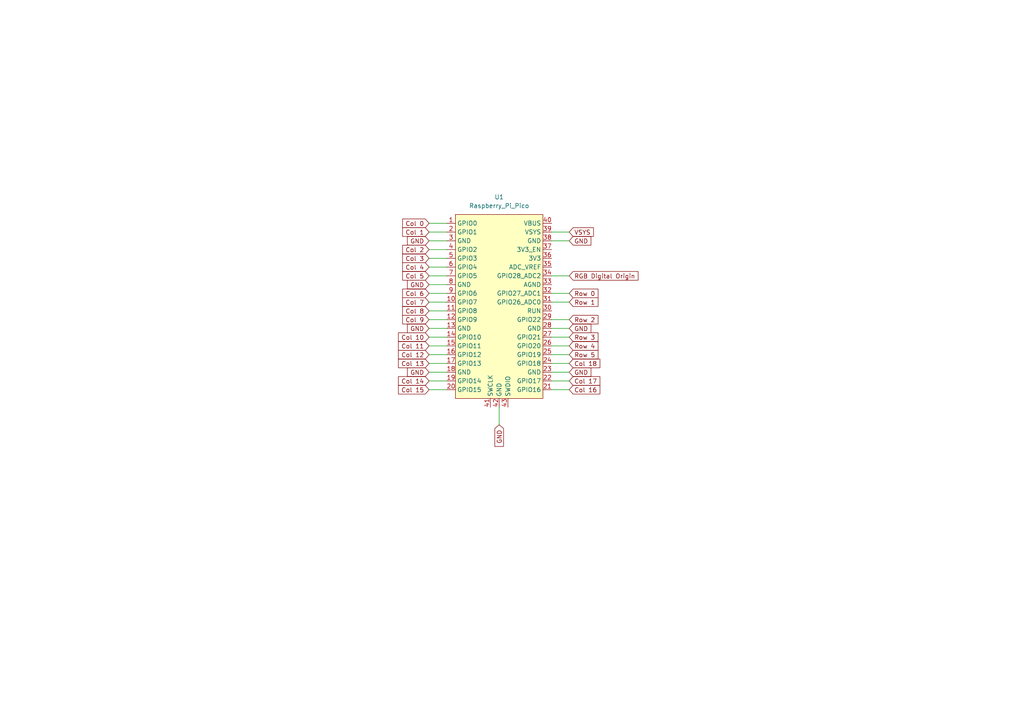
<source format=kicad_sch>
(kicad_sch (version 20231120) (generator "eeschema") (generator_version "8.0")
  (paper "A4")
  (title_block (title "Other Electronics"))
  (lib_symbols
    (symbol "ScottoKeebs:MCU_Raspberry_Pi_Pico"
      (property "Reference" "U" (at 0 0 0))
      (property "Value" "Raspberry_Pi_Pico" (at 0 27.94 0))
      (symbol "MCU_Raspberry_Pi_Pico_0_1"
        (rectangle (start -12.7 26.67) (end 12.7 -26.67) (fill (type background)))
      )
      (symbol "MCU_Raspberry_Pi_Pico_1_1"
        (pin bidirectional line (at -15.24 24.13 0) (length 2.54) (name "GPIO0") (number "1"))
        (pin bidirectional line (at -15.24 1.27 0) (length 2.54) (name "GPIO7") (number "10"))
        (pin bidirectional line (at -15.24 -1.27 0) (length 2.54) (name "GPIO8") (number "11"))
        (pin bidirectional line (at -15.24 -3.81 0) (length 2.54) (name "GPIO9") (number "12"))
        (pin power_in line (at -15.24 -6.35 0) (length 2.54) (name "GND") (number "13"))
        (pin bidirectional line (at -15.24 -8.89 0) (length 2.54) (name "GPIO10") (number "14"))
        (pin bidirectional line (at -15.24 -11.43 0) (length 2.54) (name "GPIO11") (number "15"))
        (pin bidirectional line (at -15.24 -13.97 0) (length 2.54) (name "GPIO12") (number "16"))
        (pin bidirectional line (at -15.24 -16.51 0) (length 2.54) (name "GPIO13") (number "17"))
        (pin power_in line (at -15.24 -19.05 0) (length 2.54) (name "GND") (number "18"))
        (pin bidirectional line (at -15.24 -21.59 0) (length 2.54) (name "GPIO14") (number "19"))
        (pin bidirectional line (at -15.24 21.59 0) (length 2.54) (name "GPIO1") (number "2"))
        (pin bidirectional line (at -15.24 -24.13 0) (length 2.54) (name "GPIO15") (number "20"))
        (pin bidirectional line (at 15.24 -24.13 180) (length 2.54) (name "GPIO16") (number "21"))
        (pin bidirectional line (at 15.24 -21.59 180) (length 2.54) (name "GPIO17") (number "22"))
        (pin power_in line (at 15.24 -19.05 180) (length 2.54) (name "GND") (number "23"))
        (pin bidirectional line (at 15.24 -16.51 180) (length 2.54) (name "GPIO18") (number "24"))
        (pin bidirectional line (at 15.24 -13.97 180) (length 2.54) (name "GPIO19") (number "25"))
        (pin bidirectional line (at 15.24 -11.43 180) (length 2.54) (name "GPIO20") (number "26"))
        (pin bidirectional line (at 15.24 -8.89 180) (length 2.54) (name "GPIO21") (number "27"))
        (pin power_in line (at 15.24 -6.35 180) (length 2.54) (name "GND") (number "28"))
        (pin bidirectional line (at 15.24 -3.81 180) (length 2.54) (name "GPIO22") (number "29"))
        (pin power_in line (at -15.24 19.05 0) (length 2.54) (name "GND") (number "3"))
        (pin input line (at 15.24 -1.27 180) (length 2.54) (name "RUN") (number "30"))
        (pin bidirectional line (at 15.24 1.27 180) (length 2.54) (name "GPIO26_ADC0") (number "31"))
        (pin bidirectional line (at 15.24 3.81 180) (length 2.54) (name "GPIO27_ADC1") (number "32"))
        (pin power_in line (at 15.24 6.35 180) (length 2.54) (name "AGND") (number "33"))
        (pin bidirectional line (at 15.24 8.89 180) (length 2.54) (name "GPIO28_ADC2") (number "34"))
        (pin power_in line (at 15.24 11.43 180) (length 2.54) (name "ADC_VREF") (number "35"))
        (pin power_in line (at 15.24 13.97 180) (length 2.54) (name "3V3") (number "36"))
        (pin input line (at 15.24 16.51 180) (length 2.54) (name "3V3_EN") (number "37"))
        (pin bidirectional line (at 15.24 19.05 180) (length 2.54) (name "GND") (number "38"))
        (pin power_in line (at 15.24 21.59 180) (length 2.54) (name "VSYS") (number "39"))
        (pin bidirectional line (at -15.24 16.51 0) (length 2.54) (name "GPIO2") (number "4"))
        (pin power_in line (at 15.24 24.13 180) (length 2.54) (name "VBUS") (number "40"))
        (pin input line (at -2.54 -29.21 90) (length 2.54) (name "SWCLK") (number "41"))
        (pin power_in line (at 0 -29.21 90) (length 2.54) (name "GND") (number "42"))
        (pin bidirectional line (at 2.54 -29.21 90) (length 2.54) (name "SWDIO") (number "43"))
        (pin bidirectional line (at -15.24 13.97 0) (length 2.54) (name "GPIO3") (number "5"))
        (pin bidirectional line (at -15.24 11.43 0) (length 2.54) (name "GPIO4") (number "6"))
        (pin bidirectional line (at -15.24 8.89 0) (length 2.54) (name "GPIO5") (number "7"))
        (pin power_in line (at -15.24 6.35 0) (length 2.54) (name "GND") (number "8"))
        (pin bidirectional line (at -15.24 3.81 0) (length 2.54) (name "GPIO6") (number "9"))
      )
    )
  )
  (wire (pts (xy 160.02 69.85) (xy 165.1 69.85)))
  (wire (pts (xy 124.46 80.01) (xy 129.54 80.01)))
  (wire (pts (xy 160.02 92.71) (xy 165.1 92.71)))
  (wire (pts (xy 124.46 92.71) (xy 129.54 92.71)))
  (wire (pts (xy 124.46 64.77) (xy 129.54 64.77)))
  (wire (pts (xy 160.02 110.49) (xy 165.1 110.49)))
  (wire (pts (xy 124.46 69.85) (xy 129.54 69.85)))
  (wire (pts (xy 124.46 113.03) (xy 129.54 113.03)))
  (wire (pts (xy 160.02 85.09) (xy 165.1 85.09)))
  (wire (pts (xy 124.46 110.49) (xy 129.54 110.49)))
  (wire (pts (xy 160.02 102.87) (xy 165.1 102.87)))
  (wire (pts (xy 160.02 67.31) (xy 165.1 67.31)))
  (wire (pts (xy 124.46 87.63) (xy 129.54 87.63)))
  (wire (pts (xy 124.46 67.31) (xy 129.54 67.31)))
  (wire (pts (xy 124.46 77.47) (xy 129.54 77.47)))
  (wire (pts (xy 160.02 105.41) (xy 165.1 105.41)))
  (wire (pts (xy 165.1 80.01) (xy 160.02 80.01)))
  (wire (pts (xy 160.02 107.95) (xy 165.1 107.95)))
  (wire (pts (xy 124.46 82.55) (xy 129.54 82.55)))
  (wire (pts (xy 160.02 87.63) (xy 165.1 87.63)))
  (wire (pts (xy 124.46 95.25) (xy 129.54 95.25)))
  (wire (pts (xy 124.46 107.95) (xy 129.54 107.95)))
  (wire (pts (xy 124.46 97.79) (xy 129.54 97.79)))
  (wire (pts (xy 124.46 102.87) (xy 129.54 102.87)))
  (wire (pts (xy 124.46 74.93) (xy 129.54 74.93)))
  (wire (pts (xy 160.02 95.25) (xy 165.1 95.25)))
  (wire (pts (xy 124.46 100.33) (xy 129.54 100.33)))
  (wire (pts (xy 124.46 72.39) (xy 129.54 72.39)))
  (wire (pts (xy 160.02 100.33) (xy 165.1 100.33)))
  (wire (pts (xy 124.46 90.17) (xy 129.54 90.17)))
  (wire (pts (xy 124.46 85.09) (xy 129.54 85.09)))
  (wire (pts (xy 124.46 105.41) (xy 129.54 105.41)))
  (wire (pts (xy 160.02 97.79) (xy 165.1 97.79)))
  (wire (pts (xy 160.02 113.03) (xy 165.1 113.03)))
  (wire (pts (xy 144.78 118.11) (xy 144.78 123.19)))
  (global_label "Col 3" (shape input) (at 124.46 74.93 180) (property "Intersheetrefs" "${INTERSHEET_REFS}" (effects (hide yes))))
  (global_label "Col 13" (shape input) (at 124.46 105.41 180) (property "Intersheetrefs" "${INTERSHEET_REFS}" (effects (hide yes))))
  (global_label "Col 11" (shape input) (at 124.46 100.33 180) (property "Intersheetrefs" "${INTERSHEET_REFS}" (effects (hide yes))))
  (global_label "Col 15" (shape input) (at 124.46 113.03 180) (property "Intersheetrefs" "${INTERSHEET_REFS}" (effects (hide yes))))
  (global_label "Col 6" (shape input) (at 124.46 85.09 180) (property "Intersheetrefs" "${INTERSHEET_REFS}" (effects (hide yes))))
  (global_label "Col 4" (shape input) (at 124.46 77.47 180) (property "Intersheetrefs" "${INTERSHEET_REFS}" (effects (hide yes))))
  (global_label "GND" (shape input) (at 144.78 123.19 270) (property "Intersheetrefs" "${INTERSHEET_REFS}" (effects (hide yes))))
  (global_label "Row 2" (shape input) (at 165.1 92.71 0) (property "Intersheetrefs" "${INTERSHEET_REFS}" (effects (hide yes))))
  (global_label "Col 18" (shape input) (at 165.1 105.41 0) (property "Intersheetrefs" "${INTERSHEET_REFS}" (effects (hide yes))))
  (global_label "GND" (shape input) (at 165.1 69.85 0) (property "Intersheetrefs" "${INTERSHEET_REFS}" (effects (hide yes))))
  (global_label "Row 5" (shape input) (at 165.1 102.87 0) (property "Intersheetrefs" "${INTERSHEET_REFS}" (effects (hide yes))))
  (global_label "Col 2" (shape input) (at 124.46 72.39 180) (property "Intersheetrefs" "${INTERSHEET_REFS}" (effects (hide yes))))
  (global_label "GND" (shape input) (at 165.1 107.95 0) (property "Intersheetrefs" "${INTERSHEET_REFS}" (effects (hide yes))))
  (global_label "GND" (shape input) (at 124.46 69.85 180) (property "Intersheetrefs" "${INTERSHEET_REFS}" (effects (hide yes))))
  (global_label "Col 1" (shape input) (at 124.46 67.31 180) (property "Intersheetrefs" "${INTERSHEET_REFS}" (effects (hide yes))))
  (global_label "Col 8" (shape input) (at 124.46 90.17 180) (property "Intersheetrefs" "${INTERSHEET_REFS}" (effects (hide yes))))
  (global_label "Row 3" (shape input) (at 165.1 97.79 0) (property "Intersheetrefs" "${INTERSHEET_REFS}" (effects (hide yes))))
  (global_label "GND" (shape input) (at 124.46 107.95 180) (property "Intersheetrefs" "${INTERSHEET_REFS}" (effects (hide yes))))
  (global_label "GND" (shape input) (at 124.46 82.55 180) (property "Intersheetrefs" "${INTERSHEET_REFS}" (effects (hide yes))))
  (global_label "Row 1" (shape input) (at 165.1 87.63 0) (property "Intersheetrefs" "${INTERSHEET_REFS}" (effects (hide yes))))
  (global_label "RGB Digital Origin" (shape input) (at 165.1 80.01 0) (property "Intersheetrefs" "${INTERSHEET_REFS}" (effects (hide yes))))
  (global_label "Col 5" (shape input) (at 124.46 80.01 180) (property "Intersheetrefs" "${INTERSHEET_REFS}" (effects (hide yes))))
  (global_label "GND" (shape input) (at 124.46 95.25 180) (property "Intersheetrefs" "${INTERSHEET_REFS}" (effects (hide yes))))
  (global_label "GND" (shape input) (at 165.1 95.25 0) (property "Intersheetrefs" "${INTERSHEET_REFS}" (effects (hide yes))))
  (global_label "Row 4" (shape input) (at 165.1 100.33 0) (property "Intersheetrefs" "${INTERSHEET_REFS}" (effects (hide yes))))
  (global_label "Col 16" (shape input) (at 165.1 113.03 0) (property "Intersheetrefs" "${INTERSHEET_REFS}" (effects (hide yes))))
  (global_label "Col 9" (shape input) (at 124.46 92.71 180) (property "Intersheetrefs" "${INTERSHEET_REFS}" (effects (hide yes))))
  (global_label "VSYS" (shape input) (at 165.1 67.31 0) (property "Intersheetrefs" "${INTERSHEET_REFS}" (effects (hide yes))))
  (global_label "Row 0" (shape input) (at 165.1 85.09 0) (property "Intersheetrefs" "${INTERSHEET_REFS}" (effects (hide yes))))
  (global_label "Col 0" (shape input) (at 124.46 64.77 180) (property "Intersheetrefs" "${INTERSHEET_REFS}" (effects (hide yes))))
  (global_label "Col 12" (shape input) (at 124.46 102.87 180) (property "Intersheetrefs" "${INTERSHEET_REFS}" (effects (hide yes))))
  (global_label "Col 10" (shape input) (at 124.46 97.79 180) (property "Intersheetrefs" "${INTERSHEET_REFS}" (effects (hide yes))))
  (global_label "Col 14" (shape input) (at 124.46 110.49 180) (property "Intersheetrefs" "${INTERSHEET_REFS}" (effects (hide yes))))
  (global_label "Col 17" (shape input) (at 165.1 110.49 0) (property "Intersheetrefs" "${INTERSHEET_REFS}" (effects (hide yes))))
  (global_label "Col 7" (shape input) (at 124.46 87.63 180) (property "Intersheetrefs" "${INTERSHEET_REFS}" (effects (hide yes))))
  (symbol (lib_id "ScottoKeebs:MCU_Raspberry_Pi_Pico") (at 144.78 88.9 0) (unit 1)
    (property "Reference" "U1" (at 144.78 57.15 0))
    (property "Value" "Raspberry_Pi_Pico" (at 144.78 59.69 0))
    (property "Footprint" "ScottoKeebs_MCU:Raspberry_Pi_Pico" (effects (hide yes)))
  )
)
</source>
